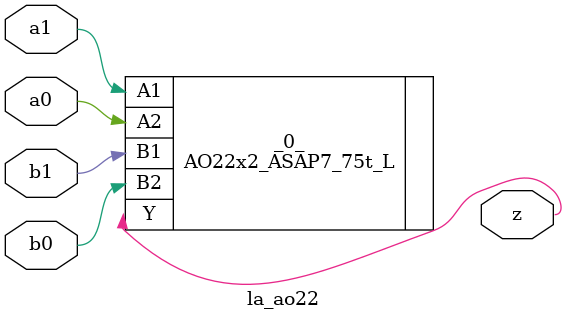
<source format=v>

/* Generated by Yosys 0.44 (git sha1 80ba43d26, g++ 11.4.0-1ubuntu1~22.04 -fPIC -O3) */

(* top =  1  *)
(* src = "inputs/la_ao22.v:10.1-22.10" *)
module la_ao22 (
    a0,
    a1,
    b0,
    b1,
    z
);
  (* src = "inputs/la_ao22.v:13.12-13.14" *)
  input a0;
  wire a0;
  (* src = "inputs/la_ao22.v:14.12-14.14" *)
  input a1;
  wire a1;
  (* src = "inputs/la_ao22.v:15.12-15.14" *)
  input b0;
  wire b0;
  (* src = "inputs/la_ao22.v:16.12-16.14" *)
  input b1;
  wire b1;
  (* src = "inputs/la_ao22.v:17.12-17.13" *)
  output z;
  wire z;
  AO22x2_ASAP7_75t_L _0_ (
      .A1(a1),
      .A2(a0),
      .B1(b1),
      .B2(b0),
      .Y (z)
  );
endmodule

</source>
